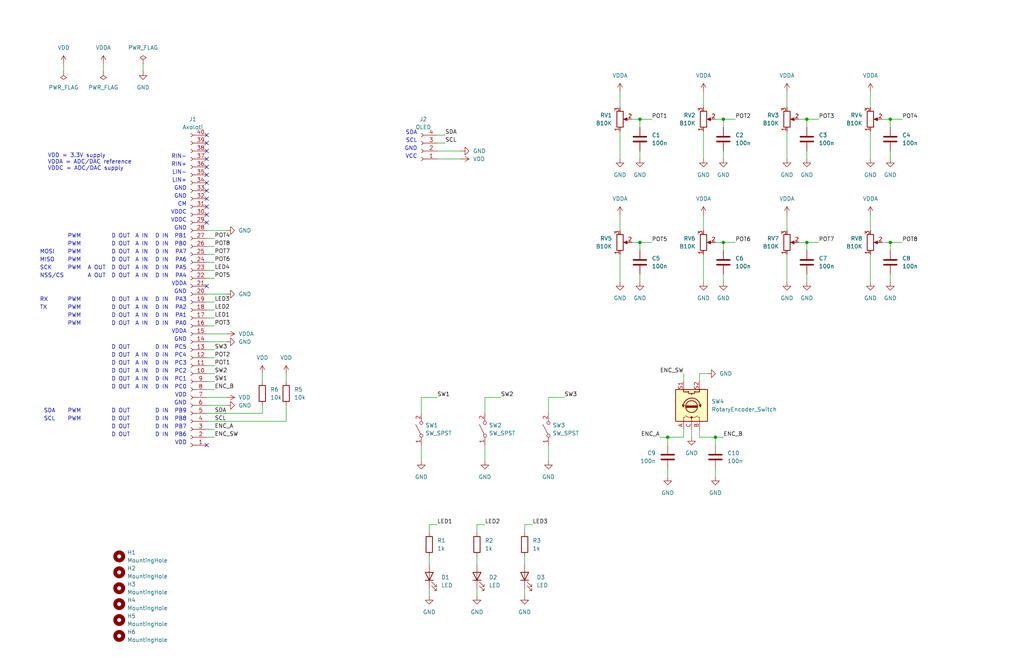
<source format=kicad_sch>
(kicad_sch (version 20211123) (generator eeschema)
  (paper "User" 327.228 210.007)
  (lib_symbols
    (symbol "Connector:Conn_01x04_Female" (pin_names (offset 1.016) hide)
      (property "Reference" "J" (at 0 5.08 0))
      (property "Value" "Conn_01x04_Female" (at 0 -7.62 0))
      (symbol "Conn_01x04_Female_1_1"
        (pin passive line (at -5.08 2.54 0) (length 3.81) (name "Pin_1") (number "1"))
        (pin passive line (at -5.08 0 0) (length 3.81) (name "Pin_2") (number "2"))
        (pin passive line (at -5.08 -2.54 0) (length 3.81) (name "Pin_3") (number "3"))
        (pin passive line (at -5.08 -5.08 0) (length 3.81) (name "Pin_4") (number "4"))
      )
    )
    (symbol "Connector:Conn_01x40_Female" (pin_names (offset 1.016) hide)
      (property "Reference" "J" (at 0 50.8 0))
      (property "Value" "Conn_01x40_Female" (at 0 -53.34 0))
      (symbol "Conn_01x40_Female_1_1"
        (pin passive line (at -5.08 48.26 0) (length 3.81) (name "Pin_1") (number "1"))
        (pin passive line (at -5.08 25.4 0) (length 3.81) (name "Pin_10") (number "10"))
        (pin passive line (at -5.08 22.86 0) (length 3.81) (name "Pin_11") (number "11"))
        (pin passive line (at -5.08 20.32 0) (length 3.81) (name "Pin_12") (number "12"))
        (pin passive line (at -5.08 17.78 0) (length 3.81) (name "Pin_13") (number "13"))
        (pin passive line (at -5.08 15.24 0) (length 3.81) (name "Pin_14") (number "14"))
        (pin passive line (at -5.08 12.7 0) (length 3.81) (name "Pin_15") (number "15"))
        (pin passive line (at -5.08 10.16 0) (length 3.81) (name "Pin_16") (number "16"))
        (pin passive line (at -5.08 7.62 0) (length 3.81) (name "Pin_17") (number "17"))
        (pin passive line (at -5.08 5.08 0) (length 3.81) (name "Pin_18") (number "18"))
        (pin passive line (at -5.08 2.54 0) (length 3.81) (name "Pin_19") (number "19"))
        (pin passive line (at -5.08 45.72 0) (length 3.81) (name "Pin_2") (number "2"))
        (pin passive line (at -5.08 0 0) (length 3.81) (name "Pin_20") (number "20"))
        (pin passive line (at -5.08 -2.54 0) (length 3.81) (name "Pin_21") (number "21"))
        (pin passive line (at -5.08 -5.08 0) (length 3.81) (name "Pin_22") (number "22"))
        (pin passive line (at -5.08 -7.62 0) (length 3.81) (name "Pin_23") (number "23"))
        (pin passive line (at -5.08 -10.16 0) (length 3.81) (name "Pin_24") (number "24"))
        (pin passive line (at -5.08 -12.7 0) (length 3.81) (name "Pin_25") (number "25"))
        (pin passive line (at -5.08 -15.24 0) (length 3.81) (name "Pin_26") (number "26"))
        (pin passive line (at -5.08 -17.78 0) (length 3.81) (name "Pin_27") (number "27"))
        (pin passive line (at -5.08 -20.32 0) (length 3.81) (name "Pin_28") (number "28"))
        (pin passive line (at -5.08 -22.86 0) (length 3.81) (name "Pin_29") (number "29"))
        (pin passive line (at -5.08 43.18 0) (length 3.81) (name "Pin_3") (number "3"))
        (pin passive line (at -5.08 -25.4 0) (length 3.81) (name "Pin_30") (number "30"))
        (pin passive line (at -5.08 -27.94 0) (length 3.81) (name "Pin_31") (number "31"))
        (pin passive line (at -5.08 -30.48 0) (length 3.81) (name "Pin_32") (number "32"))
        (pin passive line (at -5.08 -33.02 0) (length 3.81) (name "Pin_33") (number "33"))
        (pin passive line (at -5.08 -35.56 0) (length 3.81) (name "Pin_34") (number "34"))
        (pin passive line (at -5.08 -38.1 0) (length 3.81) (name "Pin_35") (number "35"))
        (pin passive line (at -5.08 -40.64 0) (length 3.81) (name "Pin_36") (number "36"))
        (pin passive line (at -5.08 -43.18 0) (length 3.81) (name "Pin_37") (number "37"))
        (pin passive line (at -5.08 -45.72 0) (length 3.81) (name "Pin_38") (number "38"))
        (pin passive line (at -5.08 -48.26 0) (length 3.81) (name "Pin_39") (number "39"))
        (pin passive line (at -5.08 40.64 0) (length 3.81) (name "Pin_4") (number "4"))
        (pin passive line (at -5.08 -50.8 0) (length 3.81) (name "Pin_40") (number "40"))
        (pin passive line (at -5.08 38.1 0) (length 3.81) (name "Pin_5") (number "5"))
        (pin passive line (at -5.08 35.56 0) (length 3.81) (name "Pin_6") (number "6"))
        (pin passive line (at -5.08 33.02 0) (length 3.81) (name "Pin_7") (number "7"))
        (pin passive line (at -5.08 30.48 0) (length 3.81) (name "Pin_8") (number "8"))
        (pin passive line (at -5.08 27.94 0) (length 3.81) (name "Pin_9") (number "9"))
      )
    )
    (symbol "Device:C" (pin_numbers hide) (pin_names (offset 0.254))
      (property "Reference" "C" (at 0.635 2.54 0))
      (property "Value" "C" (at 0.635 -2.54 0))
      (symbol "C_1_1"
        (pin passive line (at 0 3.81 270) (length 2.794) (name "~") (number "1"))
        (pin passive line (at 0 -3.81 90) (length 2.794) (name "~") (number "2"))
      )
    )
    (symbol "Device:LED" (pin_numbers hide) (pin_names (offset 1.016) hide)
      (property "Reference" "D" (at 0 2.54 0))
      (property "Value" "LED" (at 0 -2.54 0))
      (symbol "LED_1_1"
        (pin passive line (at -3.81 0 0) (length 2.54) (name "K") (number "1"))
        (pin passive line (at 3.81 0 180) (length 2.54) (name "A") (number "2"))
      )
    )
    (symbol "Device:R" (pin_numbers hide) (pin_names (offset 0))
      (property "Reference" "R" (at 2.032 0 90))
      (property "Value" "R" (at 0 0 90))
      (symbol "R_1_1"
        (pin passive line (at 0 3.81 270) (length 1.27) (name "~") (number "1"))
        (pin passive line (at 0 -3.81 90) (length 1.27) (name "~") (number "2"))
      )
    )
    (symbol "Device:R_Potentiometer" (pin_names (offset 1.016) hide)
      (property "Reference" "RV" (at -4.445 0 90))
      (property "Value" "R_Potentiometer" (at -2.54 0 90))
      (symbol "R_Potentiometer_1_1"
        (pin passive line (at 0 3.81 270) (length 1.27) (name "1") (number "1"))
        (pin passive line (at 3.81 0 180) (length 1.27) (name "2") (number "2"))
        (pin passive line (at 0 -3.81 90) (length 1.27) (name "3") (number "3"))
      )
    )
    (symbol "Device:RotaryEncoder_Switch" (pin_names (offset 0.254) hide)
      (property "Reference" "SW" (at 0 6.604 0))
      (property "Value" "RotaryEncoder_Switch" (at 0 -6.604 0))
      (symbol "RotaryEncoder_Switch_1_1"
        (pin passive line (at -7.62 2.54 0) (length 2.54) (name "A") (number "A"))
        (pin passive line (at -7.62 -2.54 0) (length 2.54) (name "B") (number "B"))
        (pin passive line (at -7.62 0 0) (length 2.54) (name "C") (number "C"))
        (pin passive line (at 7.62 2.54 180) (length 2.54) (name "S1") (number "S1"))
        (pin passive line (at 7.62 -2.54 180) (length 2.54) (name "S2") (number "S2"))
      )
    )
    (symbol "Mechanical:MountingHole" (pin_names (offset 1.016))
      (property "Reference" "H" (at 0 5.08 0))
      (property "Value" "MountingHole" (at 0 3.175 0))
    )
    (symbol "Switch:SW_SPST" (pin_names (offset 0) hide)
      (property "Reference" "SW" (at 0 3.175 0))
      (property "Value" "SW_SPST" (at 0 -2.54 0))
      (symbol "SW_SPST_1_1"
        (pin passive line (at -5.08 0 0) (length 2.54) (name "A") (number "1"))
        (pin passive line (at 5.08 0 180) (length 2.54) (name "B") (number "2"))
      )
    )
    (symbol "power:GND" (power) (pin_names (offset 0))
      (property "Value" "GND" (at 0 -3.81 0))
      (symbol "GND_1_1"
        (pin power_in line (at 0 0 270) (length 0) hide (name "GND") (number "1"))
      )
    )
    (symbol "power:PWR_FLAG" (power) (pin_numbers hide) (pin_names (offset 0) hide)
      (property "Value" "PWR_FLAG" (at 0 3.81 0))
      (symbol "PWR_FLAG_0_0"
        (pin power_out line (at 0 0 90) (length 0) (name "pwr") (number "1"))
      )
    )
    (symbol "power:VDD" (power) (pin_names (offset 0))
      (property "Value" "VDD" (at 0 3.81 0))
      (symbol "VDD_1_1"
        (pin power_in line (at 0 0 90) (length 0) hide (name "VDD") (number "1"))
      )
    )
    (symbol "power:VDDA" (power) (pin_names (offset 0))
      (property "Value" "VDDA" (at 0 3.81 0))
      (symbol "VDDA_1_1"
        (pin power_in line (at 0 0 90) (length 0) hide (name "VDDA") (number "1"))
      )
    )
  )
  (junction (at 204.47 77.47))
  (junction (at 257.81 77.47))
  (junction (at 257.81 38.1))
  (junction (at 204.47 38.1))
  (junction (at 231.14 77.47))
  (junction (at 284.48 77.47))
  (junction (at 213.36 139.7))
  (junction (at 284.48 38.1))
  (junction (at 231.14 38.1))
  (junction (at 228.6 139.7))
  (no_connect (at 66.04 50.8))
  (no_connect (at 66.04 48.26))
  (no_connect (at 66.04 55.88))
  (no_connect (at 66.04 43.18))
  (no_connect (at 66.04 91.44))
  (no_connect (at 66.04 45.72))
  (no_connect (at 66.04 68.58))
  (no_connect (at 66.04 53.34))
  (no_connect (at 66.04 66.04))
  (no_connect (at 66.04 63.5))
  (no_connect (at 66.04 71.12))
  (no_connect (at 66.04 60.96))
  (no_connect (at 66.04 142.24))
  (no_connect (at 66.04 58.42))
  (wire (pts (xy 198.12 29.21) (xy 198.12 34.29)))
  (wire (pts (xy 223.52 137.16) (xy 223.52 139.7)))
  (wire (pts (xy 68.58 78.74) (xy 66.04 78.74)))
  (wire (pts (xy 68.58 139.7) (xy 66.04 139.7)))
  (wire (pts (xy 68.58 83.82) (xy 66.04 83.82)))
  (wire (pts (xy 231.14 77.47) (xy 234.95 77.47)))
  (wire (pts (xy 257.81 48.26) (xy 257.81 50.8)))
  (wire (pts (xy 251.46 81.28) (xy 251.46 90.17)))
  (wire (pts (xy 278.13 29.21) (xy 278.13 34.29)))
  (wire (pts (xy 154.94 167.64) (xy 152.4 167.64)))
  (wire (pts (xy 167.64 187.96) (xy 167.64 190.5)))
  (wire (pts (xy 220.98 139.7) (xy 220.98 137.16)))
  (wire (pts (xy 223.52 119.38) (xy 226.06 119.38)))
  (wire (pts (xy 180.34 127) (xy 175.26 127)))
  (wire (pts (xy 284.48 77.47) (xy 284.48 80.01)))
  (wire (pts (xy 251.46 29.21) (xy 251.46 34.29)))
  (wire (pts (xy 284.48 87.63) (xy 284.48 90.17)))
  (wire (pts (xy 257.81 87.63) (xy 257.81 90.17)))
  (wire (pts (xy 91.44 129.54) (xy 91.44 134.62)))
  (wire (pts (xy 139.7 43.18) (xy 142.24 43.18)))
  (wire (pts (xy 204.47 77.47) (xy 208.28 77.47)))
  (wire (pts (xy 154.94 142.24) (xy 154.94 147.32)))
  (wire (pts (xy 68.58 81.28) (xy 66.04 81.28)))
  (wire (pts (xy 175.26 142.24) (xy 175.26 147.32)))
  (wire (pts (xy 68.58 101.6) (xy 66.04 101.6)))
  (wire (pts (xy 139.7 127) (xy 134.62 127)))
  (wire (pts (xy 224.79 81.28) (xy 224.79 90.17)))
  (wire (pts (xy 198.12 68.58) (xy 198.12 73.66)))
  (wire (pts (xy 137.16 177.8) (xy 137.16 180.34)))
  (wire (pts (xy 257.81 38.1) (xy 261.62 38.1)))
  (wire (pts (xy 218.44 121.92) (xy 218.44 119.38)))
  (wire (pts (xy 139.7 48.26) (xy 147.32 48.26)))
  (wire (pts (xy 68.58 137.16) (xy 66.04 137.16)))
  (wire (pts (xy 66.04 127) (xy 72.39 127)))
  (wire (pts (xy 204.47 38.1) (xy 208.28 38.1)))
  (wire (pts (xy 284.48 38.1) (xy 284.48 40.64)))
  (wire (pts (xy 284.48 48.26) (xy 284.48 50.8)))
  (wire (pts (xy 224.79 29.21) (xy 224.79 34.29)))
  (wire (pts (xy 255.27 38.1) (xy 257.81 38.1)))
  (wire (pts (xy 175.26 127) (xy 175.26 132.08)))
  (wire (pts (xy 66.04 109.22) (xy 72.39 109.22)))
  (wire (pts (xy 257.81 77.47) (xy 261.62 77.47)))
  (wire (pts (xy 228.6 77.47) (xy 231.14 77.47)))
  (wire (pts (xy 201.93 38.1) (xy 204.47 38.1)))
  (wire (pts (xy 201.93 77.47) (xy 204.47 77.47)))
  (wire (pts (xy 152.4 187.96) (xy 152.4 190.5)))
  (wire (pts (xy 281.94 77.47) (xy 284.48 77.47)))
  (wire (pts (xy 223.52 121.92) (xy 223.52 119.38)))
  (wire (pts (xy 170.18 167.64) (xy 167.64 167.64)))
  (wire (pts (xy 251.46 41.91) (xy 251.46 50.8)))
  (wire (pts (xy 20.32 20.32) (xy 20.32 22.86)))
  (wire (pts (xy 160.02 127) (xy 154.94 127)))
  (wire (pts (xy 218.44 139.7) (xy 218.44 137.16)))
  (wire (pts (xy 66.04 73.66) (xy 72.39 73.66)))
  (wire (pts (xy 91.44 119.38) (xy 91.44 121.92)))
  (wire (pts (xy 257.81 77.47) (xy 257.81 80.01)))
  (wire (pts (xy 33.02 20.32) (xy 33.02 22.86)))
  (wire (pts (xy 134.62 127) (xy 134.62 132.08)))
  (wire (pts (xy 213.36 139.7) (xy 218.44 139.7)))
  (wire (pts (xy 167.64 167.64) (xy 167.64 170.18)))
  (wire (pts (xy 68.58 111.76) (xy 66.04 111.76)))
  (wire (pts (xy 278.13 68.58) (xy 278.13 73.66)))
  (wire (pts (xy 204.47 48.26) (xy 204.47 50.8)))
  (wire (pts (xy 278.13 41.91) (xy 278.13 50.8)))
  (wire (pts (xy 134.62 142.24) (xy 134.62 147.32)))
  (wire (pts (xy 198.12 81.28) (xy 198.12 90.17)))
  (wire (pts (xy 154.94 127) (xy 154.94 132.08)))
  (wire (pts (xy 139.7 167.64) (xy 137.16 167.64)))
  (wire (pts (xy 139.7 45.72) (xy 142.24 45.72)))
  (wire (pts (xy 68.58 119.38) (xy 66.04 119.38)))
  (wire (pts (xy 137.16 187.96) (xy 137.16 190.5)))
  (wire (pts (xy 210.82 139.7) (xy 213.36 139.7)))
  (wire (pts (xy 66.04 129.54) (xy 72.39 129.54)))
  (wire (pts (xy 228.6 139.7) (xy 231.14 139.7)))
  (wire (pts (xy 152.4 167.64) (xy 152.4 170.18)))
  (wire (pts (xy 255.27 77.47) (xy 257.81 77.47)))
  (wire (pts (xy 68.58 88.9) (xy 66.04 88.9)))
  (wire (pts (xy 228.6 149.86) (xy 228.6 152.4)))
  (wire (pts (xy 68.58 96.52) (xy 66.04 96.52)))
  (wire (pts (xy 257.81 38.1) (xy 257.81 40.64)))
  (wire (pts (xy 231.14 38.1) (xy 231.14 40.64)))
  (wire (pts (xy 137.16 167.64) (xy 137.16 170.18)))
  (wire (pts (xy 66.04 134.62) (xy 91.44 134.62)))
  (wire (pts (xy 68.58 121.92) (xy 66.04 121.92)))
  (wire (pts (xy 231.14 38.1) (xy 234.95 38.1)))
  (wire (pts (xy 68.58 124.46) (xy 66.04 124.46)))
  (wire (pts (xy 204.47 38.1) (xy 204.47 40.64)))
  (wire (pts (xy 224.79 68.58) (xy 224.79 73.66)))
  (wire (pts (xy 152.4 177.8) (xy 152.4 180.34)))
  (wire (pts (xy 281.94 38.1) (xy 284.48 38.1)))
  (wire (pts (xy 68.58 76.2) (xy 66.04 76.2)))
  (wire (pts (xy 167.64 177.8) (xy 167.64 180.34)))
  (wire (pts (xy 66.04 93.98) (xy 72.39 93.98)))
  (wire (pts (xy 68.58 114.3) (xy 66.04 114.3)))
  (wire (pts (xy 228.6 38.1) (xy 231.14 38.1)))
  (wire (pts (xy 139.7 50.8) (xy 147.32 50.8)))
  (wire (pts (xy 251.46 68.58) (xy 251.46 73.66)))
  (wire (pts (xy 213.36 149.86) (xy 213.36 152.4)))
  (wire (pts (xy 83.82 119.38) (xy 83.82 121.92)))
  (wire (pts (xy 83.82 129.54) (xy 83.82 132.08)))
  (wire (pts (xy 66.04 106.68) (xy 72.39 106.68)))
  (wire (pts (xy 284.48 77.47) (xy 288.29 77.47)))
  (wire (pts (xy 198.12 41.91) (xy 198.12 50.8)))
  (wire (pts (xy 223.52 139.7) (xy 228.6 139.7)))
  (wire (pts (xy 45.72 20.32) (xy 45.72 22.86)))
  (wire (pts (xy 231.14 48.26) (xy 231.14 50.8)))
  (wire (pts (xy 228.6 139.7) (xy 228.6 142.24)))
  (wire (pts (xy 66.04 132.08) (xy 83.82 132.08)))
  (wire (pts (xy 68.58 99.06) (xy 66.04 99.06)))
  (wire (pts (xy 278.13 81.28) (xy 278.13 90.17)))
  (wire (pts (xy 231.14 87.63) (xy 231.14 90.17)))
  (wire (pts (xy 204.47 87.63) (xy 204.47 90.17)))
  (wire (pts (xy 231.14 77.47) (xy 231.14 80.01)))
  (wire (pts (xy 284.48 38.1) (xy 288.29 38.1)))
  (wire (pts (xy 68.58 116.84) (xy 66.04 116.84)))
  (wire (pts (xy 204.47 77.47) (xy 204.47 80.01)))
  (wire (pts (xy 68.58 86.36) (xy 66.04 86.36)))
  (wire (pts (xy 213.36 139.7) (xy 213.36 142.24)))
  (wire (pts (xy 224.79 41.91) (xy 224.79 50.8)))
  (wire (pts (xy 68.58 104.14) (xy 66.04 104.14)))
  (text "PB8" (at 59.69 134.62 180) (effects (font (size 1.27 1.27)) (justify right bottom)))
  (text "PWM" (at 21.59 81.28 0) (effects (font (size 1.27 1.27)) (justify left bottom)))
  (text "D OUT" (at 35.56 78.74 0) (effects (font (size 1.27 1.27)) (justify left bottom)))
  (text "MISO" (at 12.7 83.82 0) (effects (font (size 1.27 1.27)) (justify left bottom)))
  (text "A IN" (at 43.18 104.14 0) (effects (font (size 1.27 1.27)) (justify left bottom)))
  (text "A IN" (at 43.18 96.52 0) (effects (font (size 1.27 1.27)) (justify left bottom)))
  (text "PWM" (at 21.59 132.08 0) (effects (font (size 1.27 1.27)) (justify left bottom)))
  (text "D IN" (at 49.53 116.84 0) (effects (font (size 1.27 1.27)) (justify left bottom)))
  (text "RIN+" (at 59.69 53.34 180) (effects (font (size 1.27 1.27)) (justify right bottom)))
  (text "D IN" (at 49.53 132.08 0) (effects (font (size 1.27 1.27)) (justify left bottom)))
  (text "PA4" (at 59.69 88.9 180) (effects (font (size 1.27 1.27)) (justify right bottom)))
  (text "D OUT" (at 35.56 139.7 0) (effects (font (size 1.27 1.27)) (justify left bottom)))
  (text "PWM" (at 21.59 99.06 0) (effects (font (size 1.27 1.27)) (justify left bottom)))
  (text "PA5" (at 59.69 86.36 180) (effects (font (size 1.27 1.27)) (justify right bottom)))
  (text "PB0" (at 59.69 78.74 180) (effects (font (size 1.27 1.27)) (justify right bottom)))
  (text "D OUT" (at 35.56 81.28 0) (effects (font (size 1.27 1.27)) (justify left bottom)))
  (text "PB1" (at 59.69 76.2 180) (effects (font (size 1.27 1.27)) (justify right bottom)))
  (text "D OUT" (at 35.56 83.82 0) (effects (font (size 1.27 1.27)) (justify left bottom)))
  (text "NSS/CS" (at 12.7 88.9 0) (effects (font (size 1.27 1.27)) (justify left bottom)))
  (text "VDDA" (at 59.69 106.68 180) (effects (font (size 1.27 1.27)) (justify right bottom)))
  (text "D OUT" (at 35.56 124.46 0) (effects (font (size 1.27 1.27)) (justify left bottom)))
  (text "D IN" (at 49.53 86.36 0) (effects (font (size 1.27 1.27)) (justify left bottom)))
  (text "D IN" (at 49.53 104.14 0) (effects (font (size 1.27 1.27)) (justify left bottom)))
  (text "PA7" (at 59.69 81.28 180) (effects (font (size 1.27 1.27)) (justify right bottom)))
  (text "PB9" (at 59.69 132.08 180) (effects (font (size 1.27 1.27)) (justify right bottom)))
  (text "VDDA" (at 59.69 91.44 180) (effects (font (size 1.27 1.27)) (justify right bottom)))
  (text "PWM" (at 21.59 104.14 0) (effects (font (size 1.27 1.27)) (justify left bottom)))
  (text "PWM" (at 21.59 83.82 0) (effects (font (size 1.27 1.27)) (justify left bottom)))
  (text "CM" (at 59.69 66.04 180) (effects (font (size 1.27 1.27)) (justify right bottom)))
  (text "A IN" (at 43.18 81.28 0) (effects (font (size 1.27 1.27)) (justify left bottom)))
  (text "PA0" (at 59.69 104.14 180) (effects (font (size 1.27 1.27)) (justify right bottom)))
  (text "MOSI" (at 12.7 81.28 0) (effects (font (size 1.27 1.27)) (justify left bottom)))
  (text "PC1" (at 59.69 121.92 180) (effects (font (size 1.27 1.27)) (justify right bottom)))
  (text "D OUT" (at 35.56 86.36 0) (effects (font (size 1.27 1.27)) (justify left bottom)))
  (text "D OUT" (at 35.56 119.38 0) (effects (font (size 1.27 1.27)) (justify left bottom)))
  (text "D IN" (at 49.53 88.9 0) (effects (font (size 1.27 1.27)) (justify left bottom)))
  (text "D IN" (at 49.53 96.52 0) (effects (font (size 1.27 1.27)) (justify left bottom)))
  (text "A IN" (at 43.18 121.92 0) (effects (font (size 1.27 1.27)) (justify left bottom)))
  (text "SDA" (at 13.97 132.08 0) (effects (font (size 1.27 1.27)) (justify left bottom)))
  (text "A IN" (at 43.18 76.2 0) (effects (font (size 1.27 1.27)) (justify left bottom)))
  (text "A IN" (at 43.18 124.46 0) (effects (font (size 1.27 1.27)) (justify left bottom)))
  (text "A IN" (at 43.18 78.74 0) (effects (font (size 1.27 1.27)) (justify left bottom)))
  (text "D OUT" (at 35.56 116.84 0) (effects (font (size 1.27 1.27)) (justify left bottom)))
  (text "PWM" (at 21.59 96.52 0) (effects (font (size 1.27 1.27)) (justify left bottom)))
  (text "PC5" (at 59.69 111.76 180) (effects (font (size 1.27 1.27)) (justify right bottom)))
  (text "VDD = 3.3V supply\nVDDA = ADC/DAC reference\nVDDC = ADC/DAC supply" (at 15.24 54.61 0) (effects (font (size 1.27 1.27)) (justify left bottom)))
  (text "GND" (at 59.69 63.5 180) (effects (font (size 1.27 1.27)) (justify right bottom)))
  (text "PA3" (at 59.69 96.52 180) (effects (font (size 1.27 1.27)) (justify right bottom)))
  (text "A IN" (at 43.18 83.82 0) (effects (font (size 1.27 1.27)) (justify left bottom)))
  (text "VDDC" (at 59.69 68.58 180) (effects (font (size 1.27 1.27)) (justify right bottom)))
  (text "GND" (at 59.69 60.96 180) (effects (font (size 1.27 1.27)) (justify right bottom)))
  (text "A IN" (at 43.18 99.06 0) (effects (font (size 1.27 1.27)) (justify left bottom)))
  (text "SDA" (at 133.35 43.18 180) (effects (font (size 1.27 1.27)) (justify right bottom)))
  (text "D OUT" (at 35.56 137.16 0) (effects (font (size 1.27 1.27)) (justify left bottom)))
  (text "A IN" (at 43.18 86.36 0) (effects (font (size 1.27 1.27)) (justify left bottom)))
  (text "D IN" (at 49.53 137.16 0) (effects (font (size 1.27 1.27)) (justify left bottom)))
  (text "Parts:\nPS3 thumb joystick\n6 x 10k Linear D Shaft Pots\nBourns PTV09A-4020F-B103\nAlps RK09K11310KB\n3 x 12mm square tactile switches\nB3F-4050 = switch\nB32-1310 = black keycap\nB32-1320 = orange\nB32-1330 = yellow\nB32-1360 = white\nB32-1380 = red\n4 x 1k Resistors\n4 x 3mm LEDs\n4 x 11mm M3 Hex Standoffs\n2 x 2 pin Female Header 571-215297-2\n40 pin Female Header" (at -34.29 66.04 0) (effects (font (size 1.016 0.8636)) (justify left bottom)))
  (text "GND" (at 59.69 109.22 180) (effects (font (size 1.27 1.27)) (justify right bottom)))
  (text "VDD" (at 59.69 127 180) (effects (font (size 1.27 1.27)) (justify right bottom)))
  (text "GND" (at 59.69 93.98 180) (effects (font (size 1.27 1.27)) (justify right bottom)))
  (text "A IN" (at 43.18 88.9 0) (effects (font (size 1.27 1.27)) (justify left bottom)))
  (text "D OUT" (at 35.56 134.62 0) (effects (font (size 1.27 1.27)) (justify left bottom)))
  (text "A IN" (at 43.18 114.3 0) (effects (font (size 1.27 1.27)) (justify left bottom)))
  (text "PWM" (at 21.59 86.36 0) (effects (font (size 1.27 1.27)) (justify left bottom)))
  (text "PA2" (at 59.69 99.06 180) (effects (font (size 1.27 1.27)) (justify right bottom)))
  (text "D IN" (at 49.53 134.62 0) (effects (font (size 1.27 1.27)) (justify left bottom)))
  (text "SCL" (at 13.97 134.62 0) (effects (font (size 1.27 1.27)) (justify left bottom)))
  (text "GND" (at 133.35 48.26 180) (effects (font (size 1.27 1.27)) (justify right bottom)))
  (text "D OUT" (at 35.56 101.6 0) (effects (font (size 1.27 1.27)) (justify left bottom)))
  (text "D OUT" (at 35.56 121.92 0) (effects (font (size 1.27 1.27)) (justify left bottom)))
  (text "SCK" (at 12.7 86.36 0) (effects (font (size 1.27 1.27)) (justify left bottom)))
  (text "PC4" (at 59.69 114.3 180) (effects (font (size 1.27 1.27)) (justify right bottom)))
  (text "D IN" (at 49.53 78.74 0) (effects (font (size 1.27 1.27)) (justify left bottom)))
  (text "PA1" (at 59.69 101.6 180) (effects (font (size 1.27 1.27)) (justify right bottom)))
  (text "GND" (at 59.69 73.66 180) (effects (font (size 1.27 1.27)) (justify right bottom)))
  (text "D OUT" (at 35.56 96.52 0) (effects (font (size 1.27 1.27)) (justify left bottom)))
  (text "A OUT" (at 27.94 86.36 0) (effects (font (size 1.27 1.27)) (justify left bottom)))
  (text "LIN+" (at 59.69 58.42 180) (effects (font (size 1.27 1.27)) (justify right bottom)))
  (text "D OUT" (at 35.56 132.08 0) (effects (font (size 1.27 1.27)) (justify left bottom)))
  (text "TX" (at 12.7 99.06 0) (effects (font (size 1.27 1.27)) (justify left bottom)))
  (text "PWM" (at 21.59 101.6 0) (effects (font (size 1.27 1.27)) (justify left bottom)))
  (text "RX" (at 12.7 96.52 0) (effects (font (size 1.27 1.27)) (justify left bottom)))
  (text "LIN-" (at 59.69 55.88 180) (effects (font (size 1.27 1.27)) (justify right bottom)))
  (text "D IN" (at 49.53 81.28 0) (effects (font (size 1.27 1.27)) (justify left bottom)))
  (text "PWM" (at 21.59 78.74 0) (effects (font (size 1.27 1.27)) (justify left bottom)))
  (text "PB7" (at 59.69 137.16 180) (effects (font (size 1.27 1.27)) (justify right bottom)))
  (text "PB6" (at 59.69 139.7 180) (effects (font (size 1.27 1.27)) (justify right bottom)))
  (text "PWM" (at 21.59 76.2 0) (effects (font (size 1.27 1.27)) (justify left bottom)))
  (text "PA6" (at 59.69 83.82 180) (effects (font (size 1.27 1.27)) (justify right bottom)))
  (text "PC0" (at 59.69 124.46 180) (effects (font (size 1.27 1.27)) (justify right bottom)))
  (text "D IN" (at 49.53 101.6 0) (effects (font (size 1.27 1.27)) (justify left bottom)))
  (text "D IN" (at 49.53 83.82 0) (effects (font (size 1.27 1.27)) (justify left bottom)))
  (text "D IN" (at 49.53 119.38 0) (effects (font (size 1.27 1.27)) (justify left bottom)))
  (text "PC2" (at 59.69 119.38 180) (effects (font (size 1.27 1.27)) (justify right bottom)))
  (text "A IN" (at 43.18 119.38 0) (effects (font (size 1.27 1.27)) (justify left bottom)))
  (text "D IN" (at 49.53 139.7 0) (effects (font (size 1.27 1.27)) (justify left bottom)))
  (text "D IN" (at 49.53 99.06 0) (effects (font (size 1.27 1.27)) (justify left bottom)))
  (text "A OUT" (at 27.94 88.9 0) (effects (font (size 1.27 1.27)) (justify left bottom)))
  (text "RIN-" (at 59.69 50.8 180) (effects (font (size 1.27 1.27)) (justify right bottom)))
  (text "D OUT" (at 35.56 111.76 0) (effects (font (size 1.27 1.27)) (justify left bottom)))
  (text "D IN" (at 49.53 76.2 0) (effects (font (size 1.27 1.27)) (justify left bottom)))
  (text "D IN" (at 49.53 111.76 0) (effects (font (size 1.27 1.27)) (justify left bottom)))
  (text "D OUT" (at 35.56 88.9 0) (effects (font (size 1.27 1.27)) (justify left bottom)))
  (text "D IN" (at 49.53 114.3 0) (effects (font (size 1.27 1.27)) (justify left bottom)))
  (text "PWM" (at 21.59 134.62 0) (effects (font (size 1.27 1.27)) (justify left bottom)))
  (text "VDDC" (at 59.69 71.12 180) (effects (font (size 1.27 1.27)) (justify right bottom)))
  (text "D OUT" (at 35.56 99.06 0) (effects (font (size 1.27 1.27)) (justify left bottom)))
  (text "D OUT" (at 35.56 76.2 0) (effects (font (size 1.27 1.27)) (justify left bottom)))
  (text "VCC" (at 133.35 50.8 180) (effects (font (size 1.27 1.27)) (justify right bottom)))
  (text "VDD" (at 59.69 142.24 180) (effects (font (size 1.27 1.27)) (justify right bottom)))
  (text "A IN" (at 43.18 101.6 0) (effects (font (size 1.27 1.27)) (justify left bottom)))
  (text "PC3" (at 59.69 116.84 180) (effects (font (size 1.27 1.27)) (justify right bottom)))
  (text "GND" (at 59.69 129.54 180) (effects (font (size 1.27 1.27)) (justify right bottom)))
  (text "D IN" (at 49.53 121.92 0) (effects (font (size 1.27 1.27)) (justify left bottom)))
  (text "D IN" (at 49.53 124.46 0) (effects (font (size 1.27 1.27)) (justify left bottom)))
  (text "A IN" (at 43.18 116.84 0) (effects (font (size 1.27 1.27)) (justify left bottom)))
  (text "D OUT" (at 35.56 104.14 0) (effects (font (size 1.27 1.27)) (justify left bottom)))
  (text "D OUT" (at 35.56 114.3 0) (effects (font (size 1.27 1.27)) (justify left bottom)))
  (text "SCL" (at 133.35 45.72 180) (effects (font (size 1.27 1.27)) (justify right bottom)))
  (label "POT6" (at 68.58 83.82 0))
  (label "SW1" (at 139.7 127 0))
  (label "SW2" (at 68.58 119.38 0))
  (label "SW1" (at 68.58 121.92 0))
  (label "ENC_B" (at 231.14 139.7 0))
  (label "SDA" (at 68.58 132.08 0))
  (label "ENC_SW" (at 218.44 119.38 180))
  (label "POT6" (at 234.95 77.47 0))
  (label "ENC_B" (at 68.58 124.46 0))
  (label "POT7" (at 261.62 77.47 0))
  (label "POT8" (at 68.58 78.74 0))
  (label "SDA" (at 142.24 43.18 0))
  (label "POT4" (at 68.58 76.2 0))
  (label "POT5" (at 208.28 77.47 0))
  (label "ENC_SW" (at 68.58 139.7 0))
  (label "ENC_A" (at 68.58 137.16 0))
  (label "POT5" (at 68.58 88.9 0))
  (label "POT8" (at 288.29 77.47 0))
  (label "POT7" (at 68.58 81.28 0))
  (label "POT1" (at 208.28 38.1 0))
  (label "LED1" (at 139.7 167.64 0))
  (label "POT1" (at 68.58 116.84 0))
  (label "LED2" (at 68.58 99.06 0))
  (label "LED3" (at 68.58 96.52 0))
  (label "SCL" (at 68.58 134.62 0))
  (label "LED3" (at 170.18 167.64 0))
  (label "POT2" (at 68.58 114.3 0))
  (label "SW3" (at 68.58 111.76 0))
  (label "SW2" (at 160.02 127 0))
  (label "SW3" (at 180.34 127 0))
  (label "POT4" (at 288.29 38.1 0))
  (label "POT3" (at 261.62 38.1 0))
  (label "LED2" (at 154.94 167.64 0))
  (label "POT2" (at 234.95 38.1 0))
  (label "SCL" (at 142.24 45.72 0))
  (label "POT3" (at 68.58 104.14 0))
  (label "LED4" (at 68.58 86.36 0))
  (label "ENC_A" (at 210.82 139.7 180))
  (label "LED1" (at 68.58 101.6 0))
  (symbol (lib_id "Device:R_Potentiometer") (at 198.12 77.47 0) (mirror x) (unit 1)
    (property "Reference" "RV5" (at 195.58 76.1999 0) (effects (justify right)))
    (property "Value" "B10K" (at 195.58 78.7399 0) (effects (justify right)))
    (property "Footprint" "Personal:Alpha_9mm_Pot" (effects hide))
  )
  (symbol (lib_id "Device:R_Potentiometer") (at 251.46 77.47 0) (mirror x) (unit 1)
    (property "Reference" "RV7" (at 248.92 76.1999 0) (effects (justify right)))
    (property "Value" "B10K" (at 248.92 78.7399 0) (effects (justify right)))
    (property "Footprint" "Personal:Alpha_9mm_Pot" (effects hide))
  )
  (symbol (lib_id "power:VDDA") (at 72.39 106.68 270) (unit 1)
    (property "Reference" "#PWR0101" (effects hide))
    (property "Value" "VDDA" (at 76.2 106.6799 90) (effects (justify left)))
  )
  (symbol (lib_id "power:GND") (at 224.79 50.8 0) (unit 1)
    (property "Reference" "#PWR06" (effects hide))
    (property "Value" "GND" (at 224.79 55.88 0))
  )
  (symbol (lib_id "power:PWR_FLAG") (at 45.72 20.32 0) (mirror y) (unit 1)
    (property "Reference" "#FLG03" (effects hide))
    (property "Value" "PWR_FLAG" (at 45.72 15.24 0))
  )
  (symbol (lib_id "power:GND") (at 213.36 152.4 0) (unit 1)
    (property "Reference" "#PWR0103" (effects hide))
    (property "Value" "GND" (at 213.36 157.48 0))
  )
  (symbol (lib_id "power:VDD") (at 20.32 20.32 0) (unit 1)
    (property "Reference" "#PWR028" (effects hide))
    (property "Value" "VDD" (at 20.32 15.24 0))
  )
  (symbol (lib_id "Device:C") (at 284.48 44.45 0) (unit 1)
    (property "Reference" "C4" (at 288.29 43.1799 0) (effects (justify left)))
    (property "Value" "100n" (at 288.29 45.7199 0) (effects (justify left)))
    (property "Footprint" "Capacitor_SMD:C_0603_1608Metric_Pad1.08x0.95mm_HandSolder" (effects hide))
  )
  (symbol (lib_id "power:GND") (at 45.72 22.86 0) (unit 1)
    (property "Reference" "#PWR030" (effects hide))
    (property "Value" "GND" (at 45.72 27.94 0))
  )
  (symbol (lib_id "Device:R_Potentiometer") (at 278.13 38.1 0) (mirror x) (unit 1)
    (property "Reference" "RV4" (at 275.59 36.8299 0) (effects (justify right)))
    (property "Value" "B10K" (at 275.59 39.3699 0) (effects (justify right)))
    (property "Footprint" "Personal:Alpha_9mm_Pot" (effects hide))
  )
  (symbol (lib_id "power:PWR_FLAG") (at 20.32 22.86 180) (unit 1)
    (property "Reference" "#FLG01" (effects hide))
    (property "Value" "PWR_FLAG" (at 20.32 27.94 0))
  )
  (symbol (lib_id "power:GND") (at 284.48 90.17 0) (unit 1)
    (property "Reference" "#PWR027" (effects hide))
    (property "Value" "GND" (at 284.48 95.25 0))
  )
  (symbol (lib_id "power:GND") (at 198.12 50.8 0) (unit 1)
    (property "Reference" "#PWR03" (effects hide))
    (property "Value" "GND" (at 198.12 55.88 0))
  )
  (symbol (lib_id "Device:R") (at 83.82 125.73 0) (unit 1)
    (property "Reference" "R6" (at 86.36 124.4599 0) (effects (justify left)))
    (property "Value" "10k" (at 86.36 126.9999 0) (effects (justify left)))
    (property "Footprint" "Resistor_SMD:R_0603_1608Metric_Pad0.98x0.95mm_HandSolder" (effects hide))
  )
  (symbol (lib_id "power:GND") (at 152.4 190.5 0) (unit 1)
    (property "Reference" "#PWR032" (effects hide))
    (property "Value" "GND" (at 152.4 195.58 0))
  )
  (symbol (lib_id "Mechanical:MountingHole") (at 38.1 177.8 0) (unit 1)
    (property "Reference" "H1" (at 40.64 176.5299 0) (effects (justify left)))
    (property "Value" "MountingHole" (at 40.64 179.0699 0) (effects (justify left)))
    (property "Footprint" "MountingHole:MountingHole_3mm" (effects hide))
  )
  (symbol (lib_id "power:GND") (at 284.48 50.8 0) (unit 1)
    (property "Reference" "#PWR013" (effects hide))
    (property "Value" "GND" (at 284.48 55.88 0))
  )
  (symbol (lib_id "Device:C") (at 284.48 83.82 0) (unit 1)
    (property "Reference" "C8" (at 288.29 82.5499 0) (effects (justify left)))
    (property "Value" "100n" (at 288.29 85.0899 0) (effects (justify left)))
    (property "Footprint" "Capacitor_SMD:C_0603_1608Metric_Pad1.08x0.95mm_HandSolder" (effects hide))
  )
  (symbol (lib_id "power:VDDA") (at 278.13 68.58 0) (unit 1)
    (property "Reference" "#PWR025" (effects hide))
    (property "Value" "VDDA" (at 278.13 63.5 0))
  )
  (symbol (lib_id "Device:C") (at 228.6 146.05 0) (unit 1)
    (property "Reference" "C10" (at 232.41 144.7799 0) (effects (justify left)))
    (property "Value" "100n" (at 232.41 147.3199 0) (effects (justify left)))
    (property "Footprint" "Capacitor_SMD:C_0603_1608Metric_Pad1.08x0.95mm_HandSolder" (effects hide))
  )
  (symbol (lib_id "power:GND") (at 137.16 190.5 0) (unit 1)
    (property "Reference" "#PWR031" (effects hide))
    (property "Value" "GND" (at 137.16 195.58 0))
  )
  (symbol (lib_id "power:GND") (at 204.47 50.8 0) (unit 1)
    (property "Reference" "#PWR04" (effects hide))
    (property "Value" "GND" (at 204.47 55.88 0))
  )
  (symbol (lib_id "power:GND") (at 251.46 50.8 0) (unit 1)
    (property "Reference" "#PWR09" (effects hide))
    (property "Value" "GND" (at 251.46 55.88 0))
  )
  (symbol (lib_id "Mechanical:MountingHole") (at 38.1 198.12 0) (unit 1)
    (property "Reference" "H5" (at 40.64 196.8499 0) (effects (justify left)))
    (property "Value" "MountingHole" (at 40.64 199.3899 0) (effects (justify left)))
    (property "Footprint" "MountingHole:MountingHole_3mm" (effects hide))
  )
  (symbol (lib_id "power:VDDA") (at 224.79 29.21 0) (unit 1)
    (property "Reference" "#PWR05" (effects hide))
    (property "Value" "VDDA" (at 224.79 24.13 0))
  )
  (symbol (lib_id "power:VDDA") (at 224.79 68.58 0) (unit 1)
    (property "Reference" "#PWR019" (effects hide))
    (property "Value" "VDDA" (at 224.79 63.5 0))
  )
  (symbol (lib_id "Device:R_Potentiometer") (at 251.46 38.1 0) (mirror x) (unit 1)
    (property "Reference" "RV3" (at 248.92 36.8299 0) (effects (justify right)))
    (property "Value" "B10K" (at 248.92 39.3699 0) (effects (justify right)))
    (property "Footprint" "Personal:Alpha_9mm_Pot" (effects hide))
  )
  (symbol (lib_id "Device:C") (at 204.47 83.82 0) (unit 1)
    (property "Reference" "C5" (at 208.28 82.5499 0) (effects (justify left)))
    (property "Value" "100n" (at 208.28 85.0899 0) (effects (justify left)))
    (property "Footprint" "Capacitor_SMD:C_0603_1608Metric_Pad1.08x0.95mm_HandSolder" (effects hide))
  )
  (symbol (lib_id "Device:C") (at 257.81 44.45 0) (unit 1)
    (property "Reference" "C3" (at 261.62 43.1799 0) (effects (justify left)))
    (property "Value" "100n" (at 261.62 45.7199 0) (effects (justify left)))
    (property "Footprint" "Capacitor_SMD:C_0603_1608Metric_Pad1.08x0.95mm_HandSolder" (effects hide))
  )
  (symbol (lib_id "Device:C") (at 257.81 83.82 0) (unit 1)
    (property "Reference" "C7" (at 261.62 82.5499 0) (effects (justify left)))
    (property "Value" "100n" (at 261.62 85.0899 0) (effects (justify left)))
    (property "Footprint" "Capacitor_SMD:C_0603_1608Metric_Pad1.08x0.95mm_HandSolder" (effects hide))
  )
  (symbol (lib_id "Mechanical:MountingHole") (at 38.1 193.04 0) (unit 1)
    (property "Reference" "H4" (at 40.64 191.7699 0) (effects (justify left)))
    (property "Value" "MountingHole" (at 40.64 194.3099 0) (effects (justify left)))
    (property "Footprint" "MountingHole:MountingHole_3mm" (effects hide))
  )
  (symbol (lib_id "power:GND") (at 226.06 119.38 90) (unit 1)
    (property "Reference" "#PWR038" (effects hide))
    (property "Value" "GND" (at 229.87 119.3799 90) (effects (justify right)))
  )
  (symbol (lib_id "power:GND") (at 72.39 129.54 90) (unit 1)
    (property "Reference" "#PWR0105" (effects hide))
    (property "Value" "GND" (at 76.2 129.5399 90) (effects (justify right)))
  )
  (symbol (lib_id "Device:C") (at 231.14 83.82 0) (unit 1)
    (property "Reference" "C6" (at 234.95 82.5499 0) (effects (justify left)))
    (property "Value" "100n" (at 234.95 85.0899 0) (effects (justify left)))
    (property "Footprint" "Capacitor_SMD:C_0603_1608Metric_Pad1.08x0.95mm_HandSolder" (effects hide))
  )
  (symbol (lib_id "Connector:Conn_01x04_Female") (at 134.62 48.26 180) (unit 1)
    (property "Reference" "J2" (at 135.255 38.1 0))
    (property "Value" "OLED" (at 135.255 40.64 0))
    (property "Footprint" "Personal:OLED_128x64" (effects hide))
  )
  (symbol (lib_id "power:GND") (at 257.81 90.17 0) (unit 1)
    (property "Reference" "#PWR024" (effects hide))
    (property "Value" "GND" (at 257.81 95.25 0))
  )
  (symbol (lib_id "power:GND") (at 72.39 109.22 90) (unit 1)
    (property "Reference" "#PWR0104" (effects hide))
    (property "Value" "GND" (at 76.2 109.2199 90) (effects (justify right)))
  )
  (symbol (lib_id "power:GND") (at 72.39 93.98 90) (unit 1)
    (property "Reference" "#PWR0102" (effects hide))
    (property "Value" "GND" (at 76.2 93.9799 90) (effects (justify right)))
  )
  (symbol (lib_id "power:GND") (at 204.47 90.17 0) (unit 1)
    (property "Reference" "#PWR018" (effects hide))
    (property "Value" "GND" (at 204.47 95.25 0))
  )
  (symbol (lib_id "Device:R") (at 137.16 173.99 0) (unit 1)
    (property "Reference" "R1" (at 139.7 172.7199 0) (effects (justify left)))
    (property "Value" "1k" (at 139.7 175.2599 0) (effects (justify left)))
    (property "Footprint" "Resistor_SMD:R_0603_1608Metric_Pad0.98x0.95mm_HandSolder" (effects hide))
  )
  (symbol (lib_id "Switch:SW_SPST") (at 175.26 137.16 90) (unit 1)
    (property "Reference" "SW3" (at 176.53 135.8899 90) (effects (justify right)))
    (property "Value" "SW_SPST" (at 176.53 138.4299 90) (effects (justify right)))
    (property "Footprint" "Personal:CK_D6R90_Push_Switch_SPST" (effects hide))
  )
  (symbol (lib_id "power:GND") (at 251.46 90.17 0) (unit 1)
    (property "Reference" "#PWR023" (effects hide))
    (property "Value" "GND" (at 251.46 95.25 0))
  )
  (symbol (lib_id "power:GND") (at 167.64 190.5 0) (unit 1)
    (property "Reference" "#PWR033" (effects hide))
    (property "Value" "GND" (at 167.64 195.58 0))
  )
  (symbol (lib_id "power:GND") (at 231.14 90.17 0) (unit 1)
    (property "Reference" "#PWR021" (effects hide))
    (property "Value" "GND" (at 231.14 95.25 0))
  )
  (symbol (lib_id "Device:R_Potentiometer") (at 224.79 77.47 0) (mirror x) (unit 1)
    (property "Reference" "RV6" (at 222.25 76.1999 0) (effects (justify right)))
    (property "Value" "B10K" (at 222.25 78.7399 0) (effects (justify right)))
    (property "Footprint" "Personal:Alpha_9mm_Pot" (effects hide))
  )
  (symbol (lib_id "power:VDDA") (at 198.12 68.58 0) (unit 1)
    (property "Reference" "#PWR016" (effects hide))
    (property "Value" "VDDA" (at 198.12 63.5 0))
  )
  (symbol (lib_id "power:VDDA") (at 278.13 29.21 0) (unit 1)
    (property "Reference" "#PWR011" (effects hide))
    (property "Value" "VDDA" (at 278.13 24.13 0))
  )
  (symbol (lib_id "Device:R") (at 152.4 173.99 0) (unit 1)
    (property "Reference" "R2" (at 154.94 172.7199 0) (effects (justify left)))
    (property "Value" "1k" (at 154.94 175.2599 0) (effects (justify left)))
    (property "Footprint" "Resistor_SMD:R_0603_1608Metric_Pad0.98x0.95mm_HandSolder" (effects hide))
  )
  (symbol (lib_id "power:GND") (at 278.13 50.8 0) (unit 1)
    (property "Reference" "#PWR012" (effects hide))
    (property "Value" "GND" (at 278.13 55.88 0))
  )
  (symbol (lib_id "power:VDDA") (at 251.46 68.58 0) (unit 1)
    (property "Reference" "#PWR022" (effects hide))
    (property "Value" "VDDA" (at 251.46 63.5 0))
  )
  (symbol (lib_id "Switch:SW_SPST") (at 154.94 137.16 90) (unit 1)
    (property "Reference" "SW2" (at 156.21 135.8899 90) (effects (justify right)))
    (property "Value" "SW_SPST" (at 156.21 138.4299 90) (effects (justify right)))
    (property "Footprint" "Personal:CK_D6R90_Push_Switch_SPST" (effects hide))
  )
  (symbol (lib_id "power:VDDA") (at 33.02 20.32 0) (unit 1)
    (property "Reference" "#PWR029" (effects hide))
    (property "Value" "VDDA" (at 33.02 15.24 0))
  )
  (symbol (lib_id "power:VDD") (at 147.32 50.8 270) (mirror x) (unit 1)
    (property "Reference" "#PWR014" (effects hide))
    (property "Value" "VDD" (at 151.13 50.8001 90) (effects (justify left)))
  )
  (symbol (lib_id "power:GND") (at 220.98 139.7 0) (unit 1)
    (property "Reference" "#PWR037" (effects hide))
    (property "Value" "GND" (at 220.98 144.78 0))
  )
  (symbol (lib_id "Device:LED") (at 137.16 184.15 90) (unit 1)
    (property "Reference" "D1" (at 140.97 184.4674 90) (effects (justify right)))
    (property "Value" "LED" (at 140.97 187.0074 90) (effects (justify right)))
    (property "Footprint" "LED_THT:LED_D3.0mm" (effects hide))
  )
  (symbol (lib_id "Device:LED") (at 167.64 184.15 90) (unit 1)
    (property "Reference" "D3" (at 171.45 184.4674 90) (effects (justify right)))
    (property "Value" "LED" (at 171.45 187.0074 90) (effects (justify right)))
    (property "Footprint" "LED_THT:LED_D3.0mm" (effects hide))
  )
  (symbol (lib_id "Device:LED") (at 152.4 184.15 90) (unit 1)
    (property "Reference" "D2" (at 156.21 184.4674 90) (effects (justify right)))
    (property "Value" "LED" (at 156.21 187.0074 90) (effects (justify right)))
    (property "Footprint" "LED_THT:LED_D3.0mm" (effects hide))
  )
  (symbol (lib_id "Device:R_Potentiometer") (at 278.13 77.47 0) (mirror x) (unit 1)
    (property "Reference" "RV8" (at 275.59 76.1999 0) (effects (justify right)))
    (property "Value" "B10K" (at 275.59 78.7399 0) (effects (justify right)))
    (property "Footprint" "Personal:Alpha_9mm_Pot" (effects hide))
  )
  (symbol (lib_id "power:GND") (at 231.14 50.8 0) (unit 1)
    (property "Reference" "#PWR07" (effects hide))
    (property "Value" "GND" (at 231.14 55.88 0))
  )
  (symbol (lib_id "power:GND") (at 147.32 48.26 90) (mirror x) (unit 1)
    (property "Reference" "#PWR015" (effects hide))
    (property "Value" "GND" (at 151.13 48.2601 90) (effects (justify right)))
  )
  (symbol (lib_id "power:GND") (at 134.62 147.32 0) (unit 1)
    (property "Reference" "#PWR0109" (effects hide))
    (property "Value" "GND" (at 134.62 152.4 0))
  )
  (symbol (lib_id "power:VDD") (at 83.82 119.38 0) (unit 1)
    (property "Reference" "#PWR035" (effects hide))
    (property "Value" "VDD" (at 83.82 114.3 0))
  )
  (symbol (lib_id "Mechanical:MountingHole") (at 38.1 203.2 0) (unit 1)
    (property "Reference" "H6" (at 40.64 201.9299 0) (effects (justify left)))
    (property "Value" "MountingHole" (at 40.64 204.4699 0) (effects (justify left)))
    (property "Footprint" "MountingHole:MountingHole_3mm" (effects hide))
  )
  (symbol (lib_id "Device:R_Potentiometer") (at 224.79 38.1 0) (mirror x) (unit 1)
    (property "Reference" "RV2" (at 222.25 36.8299 0) (effects (justify right)))
    (property "Value" "B10K" (at 222.25 39.3699 0) (effects (justify right)))
    (property "Footprint" "Personal:Alpha_9mm_Pot" (effects hide))
  )
  (symbol (lib_id "power:GND") (at 175.26 147.32 0) (unit 1)
    (property "Reference" "#PWR039" (effects hide))
    (property "Value" "GND" (at 175.26 152.4 0))
  )
  (symbol (lib_id "Device:C") (at 204.47 44.45 0) (unit 1)
    (property "Reference" "C1" (at 208.28 43.1799 0) (effects (justify left)))
    (property "Value" "100n" (at 208.28 45.7199 0) (effects (justify left)))
    (property "Footprint" "Capacitor_SMD:C_0603_1608Metric_Pad1.08x0.95mm_HandSolder" (effects hide))
  )
  (symbol (lib_id "power:VDDA") (at 251.46 29.21 0) (unit 1)
    (property "Reference" "#PWR08" (effects hide))
    (property "Value" "VDDA" (at 251.46 24.13 0))
  )
  (symbol (lib_id "Switch:SW_SPST") (at 134.62 137.16 90) (unit 1)
    (property "Reference" "SW1" (at 135.89 135.8899 90) (effects (justify right)))
    (property "Value" "SW_SPST" (at 135.89 138.4299 90) (effects (justify right)))
    (property "Footprint" "Personal:CK_D6R90_Push_Switch_SPST" (effects hide))
  )
  (symbol (lib_id "Connector:Conn_01x40_Female") (at 60.96 93.98 180) (unit 1)
    (property "Reference" "J1" (at 61.595 38.1 0))
    (property "Value" "Axoloti" (at 61.595 40.64 0))
    (property "Footprint" "Connector_PinSocket_2.54mm:PinSocket_1x40_P2.54mm_Vertical" (effects hide))
  )
  (symbol (lib_id "Device:C") (at 213.36 146.05 0) (mirror y) (unit 1)
    (property "Reference" "C9" (at 209.55 144.7799 0) (effects (justify left)))
    (property "Value" "100n" (at 209.55 147.3199 0) (effects (justify left)))
    (property "Footprint" "Capacitor_SMD:C_0603_1608Metric_Pad1.08x0.95mm_HandSolder" (effects hide))
  )
  (symbol (lib_id "power:GND") (at 228.6 152.4 0) (unit 1)
    (property "Reference" "#PWR0107" (effects hide))
    (property "Value" "GND" (at 228.6 157.48 0))
  )
  (symbol (lib_id "power:GND") (at 72.39 73.66 90) (unit 1)
    (property "Reference" "#PWR01" (effects hide))
    (property "Value" "GND" (at 76.2 73.6599 90) (effects (justify right)))
  )
  (symbol (lib_id "power:VDD") (at 72.39 127 270) (unit 1)
    (property "Reference" "#PWR0106" (effects hide))
    (property "Value" "VDD" (at 76.2 126.9999 90) (effects (justify left)))
  )
  (symbol (lib_id "power:GND") (at 278.13 90.17 0) (unit 1)
    (property "Reference" "#PWR026" (effects hide))
    (property "Value" "GND" (at 278.13 95.25 0))
  )
  (symbol (lib_id "power:PWR_FLAG") (at 33.02 22.86 180) (unit 1)
    (property "Reference" "#FLG02" (effects hide))
    (property "Value" "PWR_FLAG" (at 33.02 27.94 0))
  )
  (symbol (lib_id "power:GND") (at 198.12 90.17 0) (unit 1)
    (property "Reference" "#PWR017" (effects hide))
    (property "Value" "GND" (at 198.12 95.25 0))
  )
  (symbol (lib_id "Device:R") (at 167.64 173.99 0) (unit 1)
    (property "Reference" "R3" (at 170.18 172.7199 0) (effects (justify left)))
    (property "Value" "1k" (at 170.18 175.2599 0) (effects (justify left)))
    (property "Footprint" "Resistor_SMD:R_0603_1608Metric_Pad0.98x0.95mm_HandSolder" (effects hide))
  )
  (symbol (lib_id "Mechanical:MountingHole") (at 38.1 182.88 0) (unit 1)
    (property "Reference" "H2" (at 40.64 181.6099 0) (effects (justify left)))
    (property "Value" "MountingHole" (at 40.64 184.1499 0) (effects (justify left)))
    (property "Footprint" "MountingHole:MountingHole_3mm" (effects hide))
  )
  (symbol (lib_id "Device:C") (at 231.14 44.45 0) (unit 1)
    (property "Reference" "C2" (at 234.95 43.1799 0) (effects (justify left)))
    (property "Value" "100n" (at 234.95 45.7199 0) (effects (justify left)))
    (property "Footprint" "Capacitor_SMD:C_0603_1608Metric_Pad1.08x0.95mm_HandSolder" (effects hide))
  )
  (symbol (lib_id "power:VDDA") (at 198.12 29.21 0) (unit 1)
    (property "Reference" "#PWR02" (effects hide))
    (property "Value" "VDDA" (at 198.12 24.13 0))
  )
  (symbol (lib_id "Mechanical:MountingHole") (at 38.1 187.96 0) (unit 1)
    (property "Reference" "H3" (at 40.64 186.6899 0) (effects (justify left)))
    (property "Value" "MountingHole" (at 40.64 189.2299 0) (effects (justify left)))
    (property "Footprint" "MountingHole:MountingHole_3mm" (effects hide))
  )
  (symbol (lib_id "Device:R_Potentiometer") (at 198.12 38.1 0) (mirror x) (unit 1)
    (property "Reference" "RV1" (at 195.58 36.8299 0) (effects (justify right)))
    (property "Value" "B10K" (at 195.58 39.3699 0) (effects (justify right)))
    (property "Footprint" "Personal:Alpha_9mm_Pot" (effects hide))
  )
  (symbol (lib_id "power:GND") (at 257.81 50.8 0) (unit 1)
    (property "Reference" "#PWR010" (effects hide))
    (property "Value" "GND" (at 257.81 55.88 0))
  )
  (symbol (lib_id "power:GND") (at 224.79 90.17 0) (unit 1)
    (property "Reference" "#PWR020" (effects hide))
    (property "Value" "GND" (at 224.79 95.25 0))
  )
  (symbol (lib_id "Device:RotaryEncoder_Switch") (at 220.98 129.54 90) (unit 1)
    (property "Reference" "SW4" (at 227.33 128.2699 90) (effects (justify right)))
    (property "Value" "RotaryEncoder_Switch" (at 227.33 130.8099 90) (effects (justify right)))
    (property "Footprint" "Personal:Bourns_PEC11R_Encoder_Switch" (effects hide))
    (property "Mouser" " 652-PEC11R-4220F-S24 " (effects hide))
  )
  (symbol (lib_id "power:GND") (at 154.94 147.32 0) (unit 1)
    (property "Reference" "#PWR0108" (effects hide))
    (property "Value" "GND" (at 154.94 152.4 0))
  )
  (symbol (lib_id "power:VDD") (at 91.44 119.38 0) (unit 1)
    (property "Reference" "#PWR036" (effects hide))
    (property "Value" "VDD" (at 91.44 114.3 0))
  )
  (symbol (lib_id "Device:R") (at 91.44 125.73 0) (unit 1)
    (property "Reference" "R5" (at 93.98 124.4599 0) (effects (justify left)))
    (property "Value" "10k" (at 93.98 126.9999 0) (effects (justify left)))
    (property "Footprint" "Resistor_SMD:R_0603_1608Metric_Pad0.98x0.95mm_HandSolder" (effects hide))
  )
)
</source>
